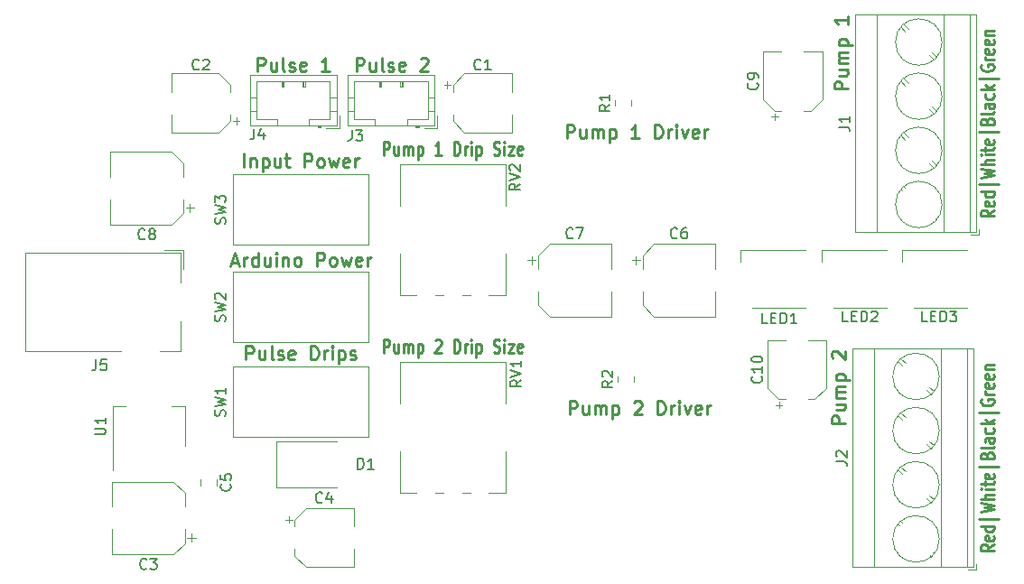
<source format=gto>
G04 #@! TF.GenerationSoftware,KiCad,Pcbnew,5.1.9-73d0e3b20d~88~ubuntu18.04.1*
G04 #@! TF.CreationDate,2021-02-15T13:27:50-05:00*
G04 #@! TF.ProjectId,driver,64726976-6572-42e6-9b69-6361645f7063,v1.0.0*
G04 #@! TF.SameCoordinates,Original*
G04 #@! TF.FileFunction,Legend,Top*
G04 #@! TF.FilePolarity,Positive*
%FSLAX46Y46*%
G04 Gerber Fmt 4.6, Leading zero omitted, Abs format (unit mm)*
G04 Created by KiCad (PCBNEW 5.1.9-73d0e3b20d~88~ubuntu18.04.1) date 2021-02-15 13:27:50*
%MOMM*%
%LPD*%
G01*
G04 APERTURE LIST*
%ADD10C,0.250000*%
%ADD11C,0.120000*%
%ADD12C,0.150000*%
G04 APERTURE END LIST*
D10*
X193021276Y-124880857D02*
X192426038Y-125214190D01*
X193021276Y-125452285D02*
X191771276Y-125452285D01*
X191771276Y-125071333D01*
X191830800Y-124976095D01*
X191890323Y-124928476D01*
X192009371Y-124880857D01*
X192187942Y-124880857D01*
X192306990Y-124928476D01*
X192366514Y-124976095D01*
X192426038Y-125071333D01*
X192426038Y-125452285D01*
X192961752Y-124071333D02*
X193021276Y-124166571D01*
X193021276Y-124357047D01*
X192961752Y-124452285D01*
X192842704Y-124499904D01*
X192366514Y-124499904D01*
X192247466Y-124452285D01*
X192187942Y-124357047D01*
X192187942Y-124166571D01*
X192247466Y-124071333D01*
X192366514Y-124023714D01*
X192485561Y-124023714D01*
X192604609Y-124499904D01*
X193021276Y-123166571D02*
X191771276Y-123166571D01*
X192961752Y-123166571D02*
X193021276Y-123261809D01*
X193021276Y-123452285D01*
X192961752Y-123547523D01*
X192902228Y-123595142D01*
X192783180Y-123642761D01*
X192426038Y-123642761D01*
X192306990Y-123595142D01*
X192247466Y-123547523D01*
X192187942Y-123452285D01*
X192187942Y-123261809D01*
X192247466Y-123166571D01*
X193437942Y-122452285D02*
X191652228Y-122452285D01*
X191771276Y-121833238D02*
X193021276Y-121595142D01*
X192128419Y-121404666D01*
X193021276Y-121214190D01*
X191771276Y-120976095D01*
X193021276Y-120595142D02*
X191771276Y-120595142D01*
X193021276Y-120166571D02*
X192366514Y-120166571D01*
X192247466Y-120214190D01*
X192187942Y-120309428D01*
X192187942Y-120452285D01*
X192247466Y-120547523D01*
X192306990Y-120595142D01*
X193021276Y-119690380D02*
X192187942Y-119690380D01*
X191771276Y-119690380D02*
X191830800Y-119738000D01*
X191890323Y-119690380D01*
X191830800Y-119642761D01*
X191771276Y-119690380D01*
X191890323Y-119690380D01*
X192187942Y-119357047D02*
X192187942Y-118976095D01*
X191771276Y-119214190D02*
X192842704Y-119214190D01*
X192961752Y-119166571D01*
X193021276Y-119071333D01*
X193021276Y-118976095D01*
X192961752Y-118261809D02*
X193021276Y-118357047D01*
X193021276Y-118547523D01*
X192961752Y-118642761D01*
X192842704Y-118690380D01*
X192366514Y-118690380D01*
X192247466Y-118642761D01*
X192187942Y-118547523D01*
X192187942Y-118357047D01*
X192247466Y-118261809D01*
X192366514Y-118214190D01*
X192485561Y-118214190D01*
X192604609Y-118690380D01*
X193437942Y-117547523D02*
X191652228Y-117547523D01*
X192366514Y-116499904D02*
X192426038Y-116357047D01*
X192485561Y-116309428D01*
X192604609Y-116261809D01*
X192783180Y-116261809D01*
X192902228Y-116309428D01*
X192961752Y-116357047D01*
X193021276Y-116452285D01*
X193021276Y-116833238D01*
X191771276Y-116833238D01*
X191771276Y-116499904D01*
X191830800Y-116404666D01*
X191890323Y-116357047D01*
X192009371Y-116309428D01*
X192128419Y-116309428D01*
X192247466Y-116357047D01*
X192306990Y-116404666D01*
X192366514Y-116499904D01*
X192366514Y-116833238D01*
X193021276Y-115690380D02*
X192961752Y-115785619D01*
X192842704Y-115833238D01*
X191771276Y-115833238D01*
X193021276Y-114880857D02*
X192366514Y-114880857D01*
X192247466Y-114928476D01*
X192187942Y-115023714D01*
X192187942Y-115214190D01*
X192247466Y-115309428D01*
X192961752Y-114880857D02*
X193021276Y-114976095D01*
X193021276Y-115214190D01*
X192961752Y-115309428D01*
X192842704Y-115357047D01*
X192723657Y-115357047D01*
X192604609Y-115309428D01*
X192545085Y-115214190D01*
X192545085Y-114976095D01*
X192485561Y-114880857D01*
X192961752Y-113976095D02*
X193021276Y-114071333D01*
X193021276Y-114261809D01*
X192961752Y-114357047D01*
X192902228Y-114404666D01*
X192783180Y-114452285D01*
X192426038Y-114452285D01*
X192306990Y-114404666D01*
X192247466Y-114357047D01*
X192187942Y-114261809D01*
X192187942Y-114071333D01*
X192247466Y-113976095D01*
X193021276Y-113547523D02*
X191771276Y-113547523D01*
X192545085Y-113452285D02*
X193021276Y-113166571D01*
X192187942Y-113166571D02*
X192664133Y-113547523D01*
X193437942Y-112499904D02*
X191652228Y-112499904D01*
X191830800Y-111261809D02*
X191771276Y-111357047D01*
X191771276Y-111499904D01*
X191830800Y-111642761D01*
X191949847Y-111738000D01*
X192068895Y-111785619D01*
X192306990Y-111833238D01*
X192485561Y-111833238D01*
X192723657Y-111785619D01*
X192842704Y-111738000D01*
X192961752Y-111642761D01*
X193021276Y-111499904D01*
X193021276Y-111404666D01*
X192961752Y-111261809D01*
X192902228Y-111214190D01*
X192485561Y-111214190D01*
X192485561Y-111404666D01*
X193021276Y-110785619D02*
X192187942Y-110785619D01*
X192426038Y-110785619D02*
X192306990Y-110738000D01*
X192247466Y-110690380D01*
X192187942Y-110595142D01*
X192187942Y-110499904D01*
X192961752Y-109785619D02*
X193021276Y-109880857D01*
X193021276Y-110071333D01*
X192961752Y-110166571D01*
X192842704Y-110214190D01*
X192366514Y-110214190D01*
X192247466Y-110166571D01*
X192187942Y-110071333D01*
X192187942Y-109880857D01*
X192247466Y-109785619D01*
X192366514Y-109738000D01*
X192485561Y-109738000D01*
X192604609Y-110214190D01*
X192961752Y-108928476D02*
X193021276Y-109023714D01*
X193021276Y-109214190D01*
X192961752Y-109309428D01*
X192842704Y-109357047D01*
X192366514Y-109357047D01*
X192247466Y-109309428D01*
X192187942Y-109214190D01*
X192187942Y-109023714D01*
X192247466Y-108928476D01*
X192366514Y-108880857D01*
X192485561Y-108880857D01*
X192604609Y-109357047D01*
X192187942Y-108452285D02*
X193021276Y-108452285D01*
X192306990Y-108452285D02*
X192247466Y-108404666D01*
X192187942Y-108309428D01*
X192187942Y-108166571D01*
X192247466Y-108071333D01*
X192366514Y-108023714D01*
X193021276Y-108023714D01*
X193021276Y-93512257D02*
X192426038Y-93845590D01*
X193021276Y-94083685D02*
X191771276Y-94083685D01*
X191771276Y-93702733D01*
X191830800Y-93607495D01*
X191890323Y-93559876D01*
X192009371Y-93512257D01*
X192187942Y-93512257D01*
X192306990Y-93559876D01*
X192366514Y-93607495D01*
X192426038Y-93702733D01*
X192426038Y-94083685D01*
X192961752Y-92702733D02*
X193021276Y-92797971D01*
X193021276Y-92988447D01*
X192961752Y-93083685D01*
X192842704Y-93131304D01*
X192366514Y-93131304D01*
X192247466Y-93083685D01*
X192187942Y-92988447D01*
X192187942Y-92797971D01*
X192247466Y-92702733D01*
X192366514Y-92655114D01*
X192485561Y-92655114D01*
X192604609Y-93131304D01*
X193021276Y-91797971D02*
X191771276Y-91797971D01*
X192961752Y-91797971D02*
X193021276Y-91893209D01*
X193021276Y-92083685D01*
X192961752Y-92178923D01*
X192902228Y-92226542D01*
X192783180Y-92274161D01*
X192426038Y-92274161D01*
X192306990Y-92226542D01*
X192247466Y-92178923D01*
X192187942Y-92083685D01*
X192187942Y-91893209D01*
X192247466Y-91797971D01*
X193437942Y-91083685D02*
X191652228Y-91083685D01*
X191771276Y-90464638D02*
X193021276Y-90226542D01*
X192128419Y-90036066D01*
X193021276Y-89845590D01*
X191771276Y-89607495D01*
X193021276Y-89226542D02*
X191771276Y-89226542D01*
X193021276Y-88797971D02*
X192366514Y-88797971D01*
X192247466Y-88845590D01*
X192187942Y-88940828D01*
X192187942Y-89083685D01*
X192247466Y-89178923D01*
X192306990Y-89226542D01*
X193021276Y-88321780D02*
X192187942Y-88321780D01*
X191771276Y-88321780D02*
X191830800Y-88369400D01*
X191890323Y-88321780D01*
X191830800Y-88274161D01*
X191771276Y-88321780D01*
X191890323Y-88321780D01*
X192187942Y-87988447D02*
X192187942Y-87607495D01*
X191771276Y-87845590D02*
X192842704Y-87845590D01*
X192961752Y-87797971D01*
X193021276Y-87702733D01*
X193021276Y-87607495D01*
X192961752Y-86893209D02*
X193021276Y-86988447D01*
X193021276Y-87178923D01*
X192961752Y-87274161D01*
X192842704Y-87321780D01*
X192366514Y-87321780D01*
X192247466Y-87274161D01*
X192187942Y-87178923D01*
X192187942Y-86988447D01*
X192247466Y-86893209D01*
X192366514Y-86845590D01*
X192485561Y-86845590D01*
X192604609Y-87321780D01*
X193437942Y-86178923D02*
X191652228Y-86178923D01*
X192366514Y-85131304D02*
X192426038Y-84988447D01*
X192485561Y-84940828D01*
X192604609Y-84893209D01*
X192783180Y-84893209D01*
X192902228Y-84940828D01*
X192961752Y-84988447D01*
X193021276Y-85083685D01*
X193021276Y-85464638D01*
X191771276Y-85464638D01*
X191771276Y-85131304D01*
X191830800Y-85036066D01*
X191890323Y-84988447D01*
X192009371Y-84940828D01*
X192128419Y-84940828D01*
X192247466Y-84988447D01*
X192306990Y-85036066D01*
X192366514Y-85131304D01*
X192366514Y-85464638D01*
X193021276Y-84321780D02*
X192961752Y-84417019D01*
X192842704Y-84464638D01*
X191771276Y-84464638D01*
X193021276Y-83512257D02*
X192366514Y-83512257D01*
X192247466Y-83559876D01*
X192187942Y-83655114D01*
X192187942Y-83845590D01*
X192247466Y-83940828D01*
X192961752Y-83512257D02*
X193021276Y-83607495D01*
X193021276Y-83845590D01*
X192961752Y-83940828D01*
X192842704Y-83988447D01*
X192723657Y-83988447D01*
X192604609Y-83940828D01*
X192545085Y-83845590D01*
X192545085Y-83607495D01*
X192485561Y-83512257D01*
X192961752Y-82607495D02*
X193021276Y-82702733D01*
X193021276Y-82893209D01*
X192961752Y-82988447D01*
X192902228Y-83036066D01*
X192783180Y-83083685D01*
X192426038Y-83083685D01*
X192306990Y-83036066D01*
X192247466Y-82988447D01*
X192187942Y-82893209D01*
X192187942Y-82702733D01*
X192247466Y-82607495D01*
X193021276Y-82178923D02*
X191771276Y-82178923D01*
X192545085Y-82083685D02*
X193021276Y-81797971D01*
X192187942Y-81797971D02*
X192664133Y-82178923D01*
X193437942Y-81131304D02*
X191652228Y-81131304D01*
X191830800Y-79893209D02*
X191771276Y-79988447D01*
X191771276Y-80131304D01*
X191830800Y-80274161D01*
X191949847Y-80369400D01*
X192068895Y-80417019D01*
X192306990Y-80464638D01*
X192485561Y-80464638D01*
X192723657Y-80417019D01*
X192842704Y-80369400D01*
X192961752Y-80274161D01*
X193021276Y-80131304D01*
X193021276Y-80036066D01*
X192961752Y-79893209D01*
X192902228Y-79845590D01*
X192485561Y-79845590D01*
X192485561Y-80036066D01*
X193021276Y-79417019D02*
X192187942Y-79417019D01*
X192426038Y-79417019D02*
X192306990Y-79369400D01*
X192247466Y-79321780D01*
X192187942Y-79226542D01*
X192187942Y-79131304D01*
X192961752Y-78417019D02*
X193021276Y-78512257D01*
X193021276Y-78702733D01*
X192961752Y-78797971D01*
X192842704Y-78845590D01*
X192366514Y-78845590D01*
X192247466Y-78797971D01*
X192187942Y-78702733D01*
X192187942Y-78512257D01*
X192247466Y-78417019D01*
X192366514Y-78369400D01*
X192485561Y-78369400D01*
X192604609Y-78845590D01*
X192961752Y-77559876D02*
X193021276Y-77655114D01*
X193021276Y-77845590D01*
X192961752Y-77940828D01*
X192842704Y-77988447D01*
X192366514Y-77988447D01*
X192247466Y-77940828D01*
X192187942Y-77845590D01*
X192187942Y-77655114D01*
X192247466Y-77559876D01*
X192366514Y-77512257D01*
X192485561Y-77512257D01*
X192604609Y-77988447D01*
X192187942Y-77083685D02*
X193021276Y-77083685D01*
X192306990Y-77083685D02*
X192247466Y-77036066D01*
X192187942Y-76940828D01*
X192187942Y-76797971D01*
X192247466Y-76702733D01*
X192366514Y-76655114D01*
X193021276Y-76655114D01*
X135780000Y-106889876D02*
X135780000Y-105639876D01*
X136160952Y-105639876D01*
X136256190Y-105699400D01*
X136303809Y-105758923D01*
X136351428Y-105877971D01*
X136351428Y-106056542D01*
X136303809Y-106175590D01*
X136256190Y-106235114D01*
X136160952Y-106294638D01*
X135780000Y-106294638D01*
X137208571Y-106056542D02*
X137208571Y-106889876D01*
X136780000Y-106056542D02*
X136780000Y-106711304D01*
X136827619Y-106830352D01*
X136922857Y-106889876D01*
X137065714Y-106889876D01*
X137160952Y-106830352D01*
X137208571Y-106770828D01*
X137684761Y-106889876D02*
X137684761Y-106056542D01*
X137684761Y-106175590D02*
X137732380Y-106116066D01*
X137827619Y-106056542D01*
X137970476Y-106056542D01*
X138065714Y-106116066D01*
X138113333Y-106235114D01*
X138113333Y-106889876D01*
X138113333Y-106235114D02*
X138160952Y-106116066D01*
X138256190Y-106056542D01*
X138399047Y-106056542D01*
X138494285Y-106116066D01*
X138541904Y-106235114D01*
X138541904Y-106889876D01*
X139018095Y-106056542D02*
X139018095Y-107306542D01*
X139018095Y-106116066D02*
X139113333Y-106056542D01*
X139303809Y-106056542D01*
X139399047Y-106116066D01*
X139446666Y-106175590D01*
X139494285Y-106294638D01*
X139494285Y-106651780D01*
X139446666Y-106770828D01*
X139399047Y-106830352D01*
X139303809Y-106889876D01*
X139113333Y-106889876D01*
X139018095Y-106830352D01*
X140637142Y-105758923D02*
X140684761Y-105699400D01*
X140780000Y-105639876D01*
X141018095Y-105639876D01*
X141113333Y-105699400D01*
X141160952Y-105758923D01*
X141208571Y-105877971D01*
X141208571Y-105997019D01*
X141160952Y-106175590D01*
X140589523Y-106889876D01*
X141208571Y-106889876D01*
X142399047Y-106889876D02*
X142399047Y-105639876D01*
X142637142Y-105639876D01*
X142780000Y-105699400D01*
X142875238Y-105818447D01*
X142922857Y-105937495D01*
X142970476Y-106175590D01*
X142970476Y-106354161D01*
X142922857Y-106592257D01*
X142875238Y-106711304D01*
X142780000Y-106830352D01*
X142637142Y-106889876D01*
X142399047Y-106889876D01*
X143399047Y-106889876D02*
X143399047Y-106056542D01*
X143399047Y-106294638D02*
X143446666Y-106175590D01*
X143494285Y-106116066D01*
X143589523Y-106056542D01*
X143684761Y-106056542D01*
X144018095Y-106889876D02*
X144018095Y-106056542D01*
X144018095Y-105639876D02*
X143970476Y-105699400D01*
X144018095Y-105758923D01*
X144065714Y-105699400D01*
X144018095Y-105639876D01*
X144018095Y-105758923D01*
X144494285Y-106056542D02*
X144494285Y-107306542D01*
X144494285Y-106116066D02*
X144589523Y-106056542D01*
X144780000Y-106056542D01*
X144875238Y-106116066D01*
X144922857Y-106175590D01*
X144970476Y-106294638D01*
X144970476Y-106651780D01*
X144922857Y-106770828D01*
X144875238Y-106830352D01*
X144780000Y-106889876D01*
X144589523Y-106889876D01*
X144494285Y-106830352D01*
X146113333Y-106830352D02*
X146256190Y-106889876D01*
X146494285Y-106889876D01*
X146589523Y-106830352D01*
X146637142Y-106770828D01*
X146684761Y-106651780D01*
X146684761Y-106532733D01*
X146637142Y-106413685D01*
X146589523Y-106354161D01*
X146494285Y-106294638D01*
X146303809Y-106235114D01*
X146208571Y-106175590D01*
X146160952Y-106116066D01*
X146113333Y-105997019D01*
X146113333Y-105877971D01*
X146160952Y-105758923D01*
X146208571Y-105699400D01*
X146303809Y-105639876D01*
X146541904Y-105639876D01*
X146684761Y-105699400D01*
X147113333Y-106889876D02*
X147113333Y-106056542D01*
X147113333Y-105639876D02*
X147065714Y-105699400D01*
X147113333Y-105758923D01*
X147160952Y-105699400D01*
X147113333Y-105639876D01*
X147113333Y-105758923D01*
X147494285Y-106056542D02*
X148018095Y-106056542D01*
X147494285Y-106889876D01*
X148018095Y-106889876D01*
X148780000Y-106830352D02*
X148684761Y-106889876D01*
X148494285Y-106889876D01*
X148399047Y-106830352D01*
X148351428Y-106711304D01*
X148351428Y-106235114D01*
X148399047Y-106116066D01*
X148494285Y-106056542D01*
X148684761Y-106056542D01*
X148780000Y-106116066D01*
X148827619Y-106235114D01*
X148827619Y-106354161D01*
X148351428Y-106473209D01*
X153218380Y-112684976D02*
X153218380Y-111434976D01*
X153694571Y-111434976D01*
X153813619Y-111494500D01*
X153873142Y-111554023D01*
X153932666Y-111673071D01*
X153932666Y-111851642D01*
X153873142Y-111970690D01*
X153813619Y-112030214D01*
X153694571Y-112089738D01*
X153218380Y-112089738D01*
X155004095Y-111851642D02*
X155004095Y-112684976D01*
X154468380Y-111851642D02*
X154468380Y-112506404D01*
X154527904Y-112625452D01*
X154646952Y-112684976D01*
X154825523Y-112684976D01*
X154944571Y-112625452D01*
X155004095Y-112565928D01*
X155599333Y-112684976D02*
X155599333Y-111851642D01*
X155599333Y-111970690D02*
X155658857Y-111911166D01*
X155777904Y-111851642D01*
X155956476Y-111851642D01*
X156075523Y-111911166D01*
X156135047Y-112030214D01*
X156135047Y-112684976D01*
X156135047Y-112030214D02*
X156194571Y-111911166D01*
X156313619Y-111851642D01*
X156492190Y-111851642D01*
X156611238Y-111911166D01*
X156670761Y-112030214D01*
X156670761Y-112684976D01*
X157266000Y-111851642D02*
X157266000Y-113101642D01*
X157266000Y-111911166D02*
X157385047Y-111851642D01*
X157623142Y-111851642D01*
X157742190Y-111911166D01*
X157801714Y-111970690D01*
X157861238Y-112089738D01*
X157861238Y-112446880D01*
X157801714Y-112565928D01*
X157742190Y-112625452D01*
X157623142Y-112684976D01*
X157385047Y-112684976D01*
X157266000Y-112625452D01*
X159289809Y-111554023D02*
X159349333Y-111494500D01*
X159468380Y-111434976D01*
X159766000Y-111434976D01*
X159885047Y-111494500D01*
X159944571Y-111554023D01*
X160004095Y-111673071D01*
X160004095Y-111792119D01*
X159944571Y-111970690D01*
X159230285Y-112684976D01*
X160004095Y-112684976D01*
X161492190Y-112684976D02*
X161492190Y-111434976D01*
X161789809Y-111434976D01*
X161968380Y-111494500D01*
X162087428Y-111613547D01*
X162146952Y-111732595D01*
X162206476Y-111970690D01*
X162206476Y-112149261D01*
X162146952Y-112387357D01*
X162087428Y-112506404D01*
X161968380Y-112625452D01*
X161789809Y-112684976D01*
X161492190Y-112684976D01*
X162742190Y-112684976D02*
X162742190Y-111851642D01*
X162742190Y-112089738D02*
X162801714Y-111970690D01*
X162861238Y-111911166D01*
X162980285Y-111851642D01*
X163099333Y-111851642D01*
X163516000Y-112684976D02*
X163516000Y-111851642D01*
X163516000Y-111434976D02*
X163456476Y-111494500D01*
X163516000Y-111554023D01*
X163575523Y-111494500D01*
X163516000Y-111434976D01*
X163516000Y-111554023D01*
X163992190Y-111851642D02*
X164289809Y-112684976D01*
X164587428Y-111851642D01*
X165539809Y-112625452D02*
X165420761Y-112684976D01*
X165182666Y-112684976D01*
X165063619Y-112625452D01*
X165004095Y-112506404D01*
X165004095Y-112030214D01*
X165063619Y-111911166D01*
X165182666Y-111851642D01*
X165420761Y-111851642D01*
X165539809Y-111911166D01*
X165599333Y-112030214D01*
X165599333Y-112149261D01*
X165004095Y-112268309D01*
X166135047Y-112684976D02*
X166135047Y-111851642D01*
X166135047Y-112089738D02*
X166194571Y-111970690D01*
X166254095Y-111911166D01*
X166373142Y-111851642D01*
X166492190Y-111851642D01*
X152964380Y-86776976D02*
X152964380Y-85526976D01*
X153440571Y-85526976D01*
X153559619Y-85586500D01*
X153619142Y-85646023D01*
X153678666Y-85765071D01*
X153678666Y-85943642D01*
X153619142Y-86062690D01*
X153559619Y-86122214D01*
X153440571Y-86181738D01*
X152964380Y-86181738D01*
X154750095Y-85943642D02*
X154750095Y-86776976D01*
X154214380Y-85943642D02*
X154214380Y-86598404D01*
X154273904Y-86717452D01*
X154392952Y-86776976D01*
X154571523Y-86776976D01*
X154690571Y-86717452D01*
X154750095Y-86657928D01*
X155345333Y-86776976D02*
X155345333Y-85943642D01*
X155345333Y-86062690D02*
X155404857Y-86003166D01*
X155523904Y-85943642D01*
X155702476Y-85943642D01*
X155821523Y-86003166D01*
X155881047Y-86122214D01*
X155881047Y-86776976D01*
X155881047Y-86122214D02*
X155940571Y-86003166D01*
X156059619Y-85943642D01*
X156238190Y-85943642D01*
X156357238Y-86003166D01*
X156416761Y-86122214D01*
X156416761Y-86776976D01*
X157012000Y-85943642D02*
X157012000Y-87193642D01*
X157012000Y-86003166D02*
X157131047Y-85943642D01*
X157369142Y-85943642D01*
X157488190Y-86003166D01*
X157547714Y-86062690D01*
X157607238Y-86181738D01*
X157607238Y-86538880D01*
X157547714Y-86657928D01*
X157488190Y-86717452D01*
X157369142Y-86776976D01*
X157131047Y-86776976D01*
X157012000Y-86717452D01*
X159750095Y-86776976D02*
X159035809Y-86776976D01*
X159392952Y-86776976D02*
X159392952Y-85526976D01*
X159273904Y-85705547D01*
X159154857Y-85824595D01*
X159035809Y-85884119D01*
X161238190Y-86776976D02*
X161238190Y-85526976D01*
X161535809Y-85526976D01*
X161714380Y-85586500D01*
X161833428Y-85705547D01*
X161892952Y-85824595D01*
X161952476Y-86062690D01*
X161952476Y-86241261D01*
X161892952Y-86479357D01*
X161833428Y-86598404D01*
X161714380Y-86717452D01*
X161535809Y-86776976D01*
X161238190Y-86776976D01*
X162488190Y-86776976D02*
X162488190Y-85943642D01*
X162488190Y-86181738D02*
X162547714Y-86062690D01*
X162607238Y-86003166D01*
X162726285Y-85943642D01*
X162845333Y-85943642D01*
X163262000Y-86776976D02*
X163262000Y-85943642D01*
X163262000Y-85526976D02*
X163202476Y-85586500D01*
X163262000Y-85646023D01*
X163321523Y-85586500D01*
X163262000Y-85526976D01*
X163262000Y-85646023D01*
X163738190Y-85943642D02*
X164035809Y-86776976D01*
X164333428Y-85943642D01*
X165285809Y-86717452D02*
X165166761Y-86776976D01*
X164928666Y-86776976D01*
X164809619Y-86717452D01*
X164750095Y-86598404D01*
X164750095Y-86122214D01*
X164809619Y-86003166D01*
X164928666Y-85943642D01*
X165166761Y-85943642D01*
X165285809Y-86003166D01*
X165345333Y-86122214D01*
X165345333Y-86241261D01*
X164750095Y-86360309D01*
X165881047Y-86776976D02*
X165881047Y-85943642D01*
X165881047Y-86181738D02*
X165940571Y-86062690D01*
X166000095Y-86003166D01*
X166119142Y-85943642D01*
X166238190Y-85943642D01*
X179051276Y-113497495D02*
X177801276Y-113497495D01*
X177801276Y-113021304D01*
X177860800Y-112902257D01*
X177920323Y-112842733D01*
X178039371Y-112783209D01*
X178217942Y-112783209D01*
X178336990Y-112842733D01*
X178396514Y-112902257D01*
X178456038Y-113021304D01*
X178456038Y-113497495D01*
X178217942Y-111711780D02*
X179051276Y-111711780D01*
X178217942Y-112247495D02*
X178872704Y-112247495D01*
X178991752Y-112187971D01*
X179051276Y-112068923D01*
X179051276Y-111890352D01*
X178991752Y-111771304D01*
X178932228Y-111711780D01*
X179051276Y-111116542D02*
X178217942Y-111116542D01*
X178336990Y-111116542D02*
X178277466Y-111057019D01*
X178217942Y-110937971D01*
X178217942Y-110759400D01*
X178277466Y-110640352D01*
X178396514Y-110580828D01*
X179051276Y-110580828D01*
X178396514Y-110580828D02*
X178277466Y-110521304D01*
X178217942Y-110402257D01*
X178217942Y-110223685D01*
X178277466Y-110104638D01*
X178396514Y-110045114D01*
X179051276Y-110045114D01*
X178217942Y-109449876D02*
X179467942Y-109449876D01*
X178277466Y-109449876D02*
X178217942Y-109330828D01*
X178217942Y-109092733D01*
X178277466Y-108973685D01*
X178336990Y-108914161D01*
X178456038Y-108854638D01*
X178813180Y-108854638D01*
X178932228Y-108914161D01*
X178991752Y-108973685D01*
X179051276Y-109092733D01*
X179051276Y-109330828D01*
X178991752Y-109449876D01*
X177920323Y-107426066D02*
X177860800Y-107366542D01*
X177801276Y-107247495D01*
X177801276Y-106949876D01*
X177860800Y-106830828D01*
X177920323Y-106771304D01*
X178039371Y-106711780D01*
X178158419Y-106711780D01*
X178336990Y-106771304D01*
X179051276Y-107485590D01*
X179051276Y-106711780D01*
X179305276Y-82128495D02*
X178055276Y-82128495D01*
X178055276Y-81652304D01*
X178114800Y-81533257D01*
X178174323Y-81473733D01*
X178293371Y-81414209D01*
X178471942Y-81414209D01*
X178590990Y-81473733D01*
X178650514Y-81533257D01*
X178710038Y-81652304D01*
X178710038Y-82128495D01*
X178471942Y-80342780D02*
X179305276Y-80342780D01*
X178471942Y-80878495D02*
X179126704Y-80878495D01*
X179245752Y-80818971D01*
X179305276Y-80699923D01*
X179305276Y-80521352D01*
X179245752Y-80402304D01*
X179186228Y-80342780D01*
X179305276Y-79747542D02*
X178471942Y-79747542D01*
X178590990Y-79747542D02*
X178531466Y-79688019D01*
X178471942Y-79568971D01*
X178471942Y-79390400D01*
X178531466Y-79271352D01*
X178650514Y-79211828D01*
X179305276Y-79211828D01*
X178650514Y-79211828D02*
X178531466Y-79152304D01*
X178471942Y-79033257D01*
X178471942Y-78854685D01*
X178531466Y-78735638D01*
X178650514Y-78676114D01*
X179305276Y-78676114D01*
X178471942Y-78080876D02*
X179721942Y-78080876D01*
X178531466Y-78080876D02*
X178471942Y-77961828D01*
X178471942Y-77723733D01*
X178531466Y-77604685D01*
X178590990Y-77545161D01*
X178710038Y-77485638D01*
X179067180Y-77485638D01*
X179186228Y-77545161D01*
X179245752Y-77604685D01*
X179305276Y-77723733D01*
X179305276Y-77961828D01*
X179245752Y-78080876D01*
X179305276Y-75342780D02*
X179305276Y-76057066D01*
X179305276Y-75699923D02*
X178055276Y-75699923D01*
X178233847Y-75818971D01*
X178352895Y-75938019D01*
X178412419Y-76057066D01*
X135780000Y-88347876D02*
X135780000Y-87097876D01*
X136160952Y-87097876D01*
X136256190Y-87157400D01*
X136303809Y-87216923D01*
X136351428Y-87335971D01*
X136351428Y-87514542D01*
X136303809Y-87633590D01*
X136256190Y-87693114D01*
X136160952Y-87752638D01*
X135780000Y-87752638D01*
X137208571Y-87514542D02*
X137208571Y-88347876D01*
X136780000Y-87514542D02*
X136780000Y-88169304D01*
X136827619Y-88288352D01*
X136922857Y-88347876D01*
X137065714Y-88347876D01*
X137160952Y-88288352D01*
X137208571Y-88228828D01*
X137684761Y-88347876D02*
X137684761Y-87514542D01*
X137684761Y-87633590D02*
X137732380Y-87574066D01*
X137827619Y-87514542D01*
X137970476Y-87514542D01*
X138065714Y-87574066D01*
X138113333Y-87693114D01*
X138113333Y-88347876D01*
X138113333Y-87693114D02*
X138160952Y-87574066D01*
X138256190Y-87514542D01*
X138399047Y-87514542D01*
X138494285Y-87574066D01*
X138541904Y-87693114D01*
X138541904Y-88347876D01*
X139018095Y-87514542D02*
X139018095Y-88764542D01*
X139018095Y-87574066D02*
X139113333Y-87514542D01*
X139303809Y-87514542D01*
X139399047Y-87574066D01*
X139446666Y-87633590D01*
X139494285Y-87752638D01*
X139494285Y-88109780D01*
X139446666Y-88228828D01*
X139399047Y-88288352D01*
X139303809Y-88347876D01*
X139113333Y-88347876D01*
X139018095Y-88288352D01*
X141208571Y-88347876D02*
X140637142Y-88347876D01*
X140922857Y-88347876D02*
X140922857Y-87097876D01*
X140827619Y-87276447D01*
X140732380Y-87395495D01*
X140637142Y-87455019D01*
X142399047Y-88347876D02*
X142399047Y-87097876D01*
X142637142Y-87097876D01*
X142780000Y-87157400D01*
X142875238Y-87276447D01*
X142922857Y-87395495D01*
X142970476Y-87633590D01*
X142970476Y-87812161D01*
X142922857Y-88050257D01*
X142875238Y-88169304D01*
X142780000Y-88288352D01*
X142637142Y-88347876D01*
X142399047Y-88347876D01*
X143399047Y-88347876D02*
X143399047Y-87514542D01*
X143399047Y-87752638D02*
X143446666Y-87633590D01*
X143494285Y-87574066D01*
X143589523Y-87514542D01*
X143684761Y-87514542D01*
X144018095Y-88347876D02*
X144018095Y-87514542D01*
X144018095Y-87097876D02*
X143970476Y-87157400D01*
X144018095Y-87216923D01*
X144065714Y-87157400D01*
X144018095Y-87097876D01*
X144018095Y-87216923D01*
X144494285Y-87514542D02*
X144494285Y-88764542D01*
X144494285Y-87574066D02*
X144589523Y-87514542D01*
X144780000Y-87514542D01*
X144875238Y-87574066D01*
X144922857Y-87633590D01*
X144970476Y-87752638D01*
X144970476Y-88109780D01*
X144922857Y-88228828D01*
X144875238Y-88288352D01*
X144780000Y-88347876D01*
X144589523Y-88347876D01*
X144494285Y-88288352D01*
X146113333Y-88288352D02*
X146256190Y-88347876D01*
X146494285Y-88347876D01*
X146589523Y-88288352D01*
X146637142Y-88228828D01*
X146684761Y-88109780D01*
X146684761Y-87990733D01*
X146637142Y-87871685D01*
X146589523Y-87812161D01*
X146494285Y-87752638D01*
X146303809Y-87693114D01*
X146208571Y-87633590D01*
X146160952Y-87574066D01*
X146113333Y-87455019D01*
X146113333Y-87335971D01*
X146160952Y-87216923D01*
X146208571Y-87157400D01*
X146303809Y-87097876D01*
X146541904Y-87097876D01*
X146684761Y-87157400D01*
X147113333Y-88347876D02*
X147113333Y-87514542D01*
X147113333Y-87097876D02*
X147065714Y-87157400D01*
X147113333Y-87216923D01*
X147160952Y-87157400D01*
X147113333Y-87097876D01*
X147113333Y-87216923D01*
X147494285Y-87514542D02*
X148018095Y-87514542D01*
X147494285Y-88347876D01*
X148018095Y-88347876D01*
X148780000Y-88288352D02*
X148684761Y-88347876D01*
X148494285Y-88347876D01*
X148399047Y-88288352D01*
X148351428Y-88169304D01*
X148351428Y-87693114D01*
X148399047Y-87574066D01*
X148494285Y-87514542D01*
X148684761Y-87514542D01*
X148780000Y-87574066D01*
X148827619Y-87693114D01*
X148827619Y-87812161D01*
X148351428Y-87931209D01*
X122896952Y-107524876D02*
X122896952Y-106274876D01*
X123373142Y-106274876D01*
X123492190Y-106334400D01*
X123551714Y-106393923D01*
X123611238Y-106512971D01*
X123611238Y-106691542D01*
X123551714Y-106810590D01*
X123492190Y-106870114D01*
X123373142Y-106929638D01*
X122896952Y-106929638D01*
X124682666Y-106691542D02*
X124682666Y-107524876D01*
X124146952Y-106691542D02*
X124146952Y-107346304D01*
X124206476Y-107465352D01*
X124325523Y-107524876D01*
X124504095Y-107524876D01*
X124623142Y-107465352D01*
X124682666Y-107405828D01*
X125456476Y-107524876D02*
X125337428Y-107465352D01*
X125277904Y-107346304D01*
X125277904Y-106274876D01*
X125873142Y-107465352D02*
X125992190Y-107524876D01*
X126230285Y-107524876D01*
X126349333Y-107465352D01*
X126408857Y-107346304D01*
X126408857Y-107286780D01*
X126349333Y-107167733D01*
X126230285Y-107108209D01*
X126051714Y-107108209D01*
X125932666Y-107048685D01*
X125873142Y-106929638D01*
X125873142Y-106870114D01*
X125932666Y-106751066D01*
X126051714Y-106691542D01*
X126230285Y-106691542D01*
X126349333Y-106751066D01*
X127420761Y-107465352D02*
X127301714Y-107524876D01*
X127063619Y-107524876D01*
X126944571Y-107465352D01*
X126885047Y-107346304D01*
X126885047Y-106870114D01*
X126944571Y-106751066D01*
X127063619Y-106691542D01*
X127301714Y-106691542D01*
X127420761Y-106751066D01*
X127480285Y-106870114D01*
X127480285Y-106989161D01*
X126885047Y-107108209D01*
X128968380Y-107524876D02*
X128968380Y-106274876D01*
X129266000Y-106274876D01*
X129444571Y-106334400D01*
X129563619Y-106453447D01*
X129623142Y-106572495D01*
X129682666Y-106810590D01*
X129682666Y-106989161D01*
X129623142Y-107227257D01*
X129563619Y-107346304D01*
X129444571Y-107465352D01*
X129266000Y-107524876D01*
X128968380Y-107524876D01*
X130218380Y-107524876D02*
X130218380Y-106691542D01*
X130218380Y-106929638D02*
X130277904Y-106810590D01*
X130337428Y-106751066D01*
X130456476Y-106691542D01*
X130575523Y-106691542D01*
X130992190Y-107524876D02*
X130992190Y-106691542D01*
X130992190Y-106274876D02*
X130932666Y-106334400D01*
X130992190Y-106393923D01*
X131051714Y-106334400D01*
X130992190Y-106274876D01*
X130992190Y-106393923D01*
X131587428Y-106691542D02*
X131587428Y-107941542D01*
X131587428Y-106751066D02*
X131706476Y-106691542D01*
X131944571Y-106691542D01*
X132063619Y-106751066D01*
X132123142Y-106810590D01*
X132182666Y-106929638D01*
X132182666Y-107286780D01*
X132123142Y-107405828D01*
X132063619Y-107465352D01*
X131944571Y-107524876D01*
X131706476Y-107524876D01*
X131587428Y-107465352D01*
X132658857Y-107465352D02*
X132777904Y-107524876D01*
X133016000Y-107524876D01*
X133135047Y-107465352D01*
X133194571Y-107346304D01*
X133194571Y-107286780D01*
X133135047Y-107167733D01*
X133016000Y-107108209D01*
X132837428Y-107108209D01*
X132718380Y-107048685D01*
X132658857Y-106929638D01*
X132658857Y-106870114D01*
X132718380Y-106751066D01*
X132837428Y-106691542D01*
X133016000Y-106691542D01*
X133135047Y-106751066D01*
X121578704Y-98404733D02*
X122173942Y-98404733D01*
X121459657Y-98761876D02*
X121876323Y-97511876D01*
X122292990Y-98761876D01*
X122709657Y-98761876D02*
X122709657Y-97928542D01*
X122709657Y-98166638D02*
X122769180Y-98047590D01*
X122828704Y-97988066D01*
X122947752Y-97928542D01*
X123066800Y-97928542D01*
X124019180Y-98761876D02*
X124019180Y-97511876D01*
X124019180Y-98702352D02*
X123900133Y-98761876D01*
X123662038Y-98761876D01*
X123542990Y-98702352D01*
X123483466Y-98642828D01*
X123423942Y-98523780D01*
X123423942Y-98166638D01*
X123483466Y-98047590D01*
X123542990Y-97988066D01*
X123662038Y-97928542D01*
X123900133Y-97928542D01*
X124019180Y-97988066D01*
X125150133Y-97928542D02*
X125150133Y-98761876D01*
X124614419Y-97928542D02*
X124614419Y-98583304D01*
X124673942Y-98702352D01*
X124792990Y-98761876D01*
X124971561Y-98761876D01*
X125090609Y-98702352D01*
X125150133Y-98642828D01*
X125745371Y-98761876D02*
X125745371Y-97928542D01*
X125745371Y-97511876D02*
X125685847Y-97571400D01*
X125745371Y-97630923D01*
X125804895Y-97571400D01*
X125745371Y-97511876D01*
X125745371Y-97630923D01*
X126340609Y-97928542D02*
X126340609Y-98761876D01*
X126340609Y-98047590D02*
X126400133Y-97988066D01*
X126519180Y-97928542D01*
X126697752Y-97928542D01*
X126816800Y-97988066D01*
X126876323Y-98107114D01*
X126876323Y-98761876D01*
X127650133Y-98761876D02*
X127531085Y-98702352D01*
X127471561Y-98642828D01*
X127412038Y-98523780D01*
X127412038Y-98166638D01*
X127471561Y-98047590D01*
X127531085Y-97988066D01*
X127650133Y-97928542D01*
X127828704Y-97928542D01*
X127947752Y-97988066D01*
X128007276Y-98047590D01*
X128066800Y-98166638D01*
X128066800Y-98523780D01*
X128007276Y-98642828D01*
X127947752Y-98702352D01*
X127828704Y-98761876D01*
X127650133Y-98761876D01*
X129554895Y-98761876D02*
X129554895Y-97511876D01*
X130031085Y-97511876D01*
X130150133Y-97571400D01*
X130209657Y-97630923D01*
X130269180Y-97749971D01*
X130269180Y-97928542D01*
X130209657Y-98047590D01*
X130150133Y-98107114D01*
X130031085Y-98166638D01*
X129554895Y-98166638D01*
X130983466Y-98761876D02*
X130864419Y-98702352D01*
X130804895Y-98642828D01*
X130745371Y-98523780D01*
X130745371Y-98166638D01*
X130804895Y-98047590D01*
X130864419Y-97988066D01*
X130983466Y-97928542D01*
X131162038Y-97928542D01*
X131281085Y-97988066D01*
X131340609Y-98047590D01*
X131400133Y-98166638D01*
X131400133Y-98523780D01*
X131340609Y-98642828D01*
X131281085Y-98702352D01*
X131162038Y-98761876D01*
X130983466Y-98761876D01*
X131816800Y-97928542D02*
X132054895Y-98761876D01*
X132292990Y-98166638D01*
X132531085Y-98761876D01*
X132769180Y-97928542D01*
X133721561Y-98702352D02*
X133602514Y-98761876D01*
X133364419Y-98761876D01*
X133245371Y-98702352D01*
X133185847Y-98583304D01*
X133185847Y-98107114D01*
X133245371Y-97988066D01*
X133364419Y-97928542D01*
X133602514Y-97928542D01*
X133721561Y-97988066D01*
X133781085Y-98107114D01*
X133781085Y-98226161D01*
X133185847Y-98345209D01*
X134316800Y-98761876D02*
X134316800Y-97928542D01*
X134316800Y-98166638D02*
X134376323Y-98047590D01*
X134435847Y-97988066D01*
X134554895Y-97928542D01*
X134673942Y-97928542D01*
X122718380Y-89490876D02*
X122718380Y-88240876D01*
X123313619Y-88657542D02*
X123313619Y-89490876D01*
X123313619Y-88776590D02*
X123373142Y-88717066D01*
X123492190Y-88657542D01*
X123670761Y-88657542D01*
X123789809Y-88717066D01*
X123849333Y-88836114D01*
X123849333Y-89490876D01*
X124444571Y-88657542D02*
X124444571Y-89907542D01*
X124444571Y-88717066D02*
X124563619Y-88657542D01*
X124801714Y-88657542D01*
X124920761Y-88717066D01*
X124980285Y-88776590D01*
X125039809Y-88895638D01*
X125039809Y-89252780D01*
X124980285Y-89371828D01*
X124920761Y-89431352D01*
X124801714Y-89490876D01*
X124563619Y-89490876D01*
X124444571Y-89431352D01*
X126111238Y-88657542D02*
X126111238Y-89490876D01*
X125575523Y-88657542D02*
X125575523Y-89312304D01*
X125635047Y-89431352D01*
X125754095Y-89490876D01*
X125932666Y-89490876D01*
X126051714Y-89431352D01*
X126111238Y-89371828D01*
X126527904Y-88657542D02*
X127004095Y-88657542D01*
X126706476Y-88240876D02*
X126706476Y-89312304D01*
X126766000Y-89431352D01*
X126885047Y-89490876D01*
X127004095Y-89490876D01*
X128373142Y-89490876D02*
X128373142Y-88240876D01*
X128849333Y-88240876D01*
X128968380Y-88300400D01*
X129027904Y-88359923D01*
X129087428Y-88478971D01*
X129087428Y-88657542D01*
X129027904Y-88776590D01*
X128968380Y-88836114D01*
X128849333Y-88895638D01*
X128373142Y-88895638D01*
X129801714Y-89490876D02*
X129682666Y-89431352D01*
X129623142Y-89371828D01*
X129563619Y-89252780D01*
X129563619Y-88895638D01*
X129623142Y-88776590D01*
X129682666Y-88717066D01*
X129801714Y-88657542D01*
X129980285Y-88657542D01*
X130099333Y-88717066D01*
X130158857Y-88776590D01*
X130218380Y-88895638D01*
X130218380Y-89252780D01*
X130158857Y-89371828D01*
X130099333Y-89431352D01*
X129980285Y-89490876D01*
X129801714Y-89490876D01*
X130635047Y-88657542D02*
X130873142Y-89490876D01*
X131111238Y-88895638D01*
X131349333Y-89490876D01*
X131587428Y-88657542D01*
X132539809Y-89431352D02*
X132420761Y-89490876D01*
X132182666Y-89490876D01*
X132063619Y-89431352D01*
X132004095Y-89312304D01*
X132004095Y-88836114D01*
X132063619Y-88717066D01*
X132182666Y-88657542D01*
X132420761Y-88657542D01*
X132539809Y-88717066D01*
X132599333Y-88836114D01*
X132599333Y-88955161D01*
X132004095Y-89074209D01*
X133135047Y-89490876D02*
X133135047Y-88657542D01*
X133135047Y-88895638D02*
X133194571Y-88776590D01*
X133254095Y-88717066D01*
X133373142Y-88657542D01*
X133492190Y-88657542D01*
X133242466Y-80473876D02*
X133242466Y-79223876D01*
X133718657Y-79223876D01*
X133837704Y-79283400D01*
X133897228Y-79342923D01*
X133956752Y-79461971D01*
X133956752Y-79640542D01*
X133897228Y-79759590D01*
X133837704Y-79819114D01*
X133718657Y-79878638D01*
X133242466Y-79878638D01*
X135028180Y-79640542D02*
X135028180Y-80473876D01*
X134492466Y-79640542D02*
X134492466Y-80295304D01*
X134551990Y-80414352D01*
X134671038Y-80473876D01*
X134849609Y-80473876D01*
X134968657Y-80414352D01*
X135028180Y-80354828D01*
X135801990Y-80473876D02*
X135682942Y-80414352D01*
X135623419Y-80295304D01*
X135623419Y-79223876D01*
X136218657Y-80414352D02*
X136337704Y-80473876D01*
X136575800Y-80473876D01*
X136694847Y-80414352D01*
X136754371Y-80295304D01*
X136754371Y-80235780D01*
X136694847Y-80116733D01*
X136575800Y-80057209D01*
X136397228Y-80057209D01*
X136278180Y-79997685D01*
X136218657Y-79878638D01*
X136218657Y-79819114D01*
X136278180Y-79700066D01*
X136397228Y-79640542D01*
X136575800Y-79640542D01*
X136694847Y-79700066D01*
X137766276Y-80414352D02*
X137647228Y-80473876D01*
X137409133Y-80473876D01*
X137290085Y-80414352D01*
X137230561Y-80295304D01*
X137230561Y-79819114D01*
X137290085Y-79700066D01*
X137409133Y-79640542D01*
X137647228Y-79640542D01*
X137766276Y-79700066D01*
X137825800Y-79819114D01*
X137825800Y-79938161D01*
X137230561Y-80057209D01*
X139254371Y-79342923D02*
X139313895Y-79283400D01*
X139432942Y-79223876D01*
X139730561Y-79223876D01*
X139849609Y-79283400D01*
X139909133Y-79342923D01*
X139968657Y-79461971D01*
X139968657Y-79581019D01*
X139909133Y-79759590D01*
X139194847Y-80473876D01*
X139968657Y-80473876D01*
X123971466Y-80473876D02*
X123971466Y-79223876D01*
X124447657Y-79223876D01*
X124566704Y-79283400D01*
X124626228Y-79342923D01*
X124685752Y-79461971D01*
X124685752Y-79640542D01*
X124626228Y-79759590D01*
X124566704Y-79819114D01*
X124447657Y-79878638D01*
X123971466Y-79878638D01*
X125757180Y-79640542D02*
X125757180Y-80473876D01*
X125221466Y-79640542D02*
X125221466Y-80295304D01*
X125280990Y-80414352D01*
X125400038Y-80473876D01*
X125578609Y-80473876D01*
X125697657Y-80414352D01*
X125757180Y-80354828D01*
X126530990Y-80473876D02*
X126411942Y-80414352D01*
X126352419Y-80295304D01*
X126352419Y-79223876D01*
X126947657Y-80414352D02*
X127066704Y-80473876D01*
X127304800Y-80473876D01*
X127423847Y-80414352D01*
X127483371Y-80295304D01*
X127483371Y-80235780D01*
X127423847Y-80116733D01*
X127304800Y-80057209D01*
X127126228Y-80057209D01*
X127007180Y-79997685D01*
X126947657Y-79878638D01*
X126947657Y-79819114D01*
X127007180Y-79700066D01*
X127126228Y-79640542D01*
X127304800Y-79640542D01*
X127423847Y-79700066D01*
X128495276Y-80414352D02*
X128376228Y-80473876D01*
X128138133Y-80473876D01*
X128019085Y-80414352D01*
X127959561Y-80295304D01*
X127959561Y-79819114D01*
X128019085Y-79700066D01*
X128138133Y-79640542D01*
X128376228Y-79640542D01*
X128495276Y-79700066D01*
X128554800Y-79819114D01*
X128554800Y-79938161D01*
X127959561Y-80057209D01*
X130697657Y-80473876D02*
X129983371Y-80473876D01*
X130340514Y-80473876D02*
X130340514Y-79223876D01*
X130221466Y-79402447D01*
X130102419Y-79521495D01*
X129983371Y-79581019D01*
D11*
X141772500Y-81466900D02*
X141772500Y-82091900D01*
X141460000Y-81779400D02*
X142085000Y-81779400D01*
X142325000Y-85159963D02*
X143389437Y-86224400D01*
X142325000Y-81768837D02*
X143389437Y-80704400D01*
X142325000Y-81768837D02*
X142325000Y-82404400D01*
X142325000Y-85159963D02*
X142325000Y-84524400D01*
X143389437Y-86224400D02*
X147845000Y-86224400D01*
X143389437Y-80704400D02*
X147845000Y-80704400D01*
X147845000Y-80704400D02*
X147845000Y-82404400D01*
X147845000Y-86224400D02*
X147845000Y-84524400D01*
X115909000Y-80704400D02*
X115909000Y-82404400D01*
X115909000Y-86224400D02*
X115909000Y-84524400D01*
X120364563Y-86224400D02*
X115909000Y-86224400D01*
X120364563Y-80704400D02*
X115909000Y-80704400D01*
X121429000Y-81768837D02*
X121429000Y-82404400D01*
X121429000Y-85159963D02*
X121429000Y-84524400D01*
X121429000Y-85159963D02*
X120364563Y-86224400D01*
X121429000Y-81768837D02*
X120364563Y-80704400D01*
X122294000Y-85149400D02*
X121669000Y-85149400D01*
X121981500Y-85461900D02*
X121981500Y-84836900D01*
X117784750Y-124644250D02*
X117784750Y-123856750D01*
X118178500Y-124250500D02*
X117391000Y-124250500D01*
X117151000Y-120057437D02*
X116086563Y-118993000D01*
X117151000Y-124748563D02*
X116086563Y-125813000D01*
X117151000Y-124748563D02*
X117151000Y-123463000D01*
X117151000Y-120057437D02*
X117151000Y-121343000D01*
X116086563Y-118993000D02*
X110331000Y-118993000D01*
X116086563Y-125813000D02*
X110331000Y-125813000D01*
X110331000Y-125813000D02*
X110331000Y-123463000D01*
X110331000Y-118993000D02*
X110331000Y-121343000D01*
X126913500Y-122233500D02*
X126913500Y-122858500D01*
X126601000Y-122546000D02*
X127226000Y-122546000D01*
X127466000Y-125926563D02*
X128530437Y-126991000D01*
X127466000Y-122535437D02*
X128530437Y-121471000D01*
X127466000Y-122535437D02*
X127466000Y-123171000D01*
X127466000Y-125926563D02*
X127466000Y-125291000D01*
X128530437Y-126991000D02*
X132986000Y-126991000D01*
X128530437Y-121471000D02*
X132986000Y-121471000D01*
X132986000Y-121471000D02*
X132986000Y-123171000D01*
X132986000Y-126991000D02*
X132986000Y-125291000D01*
X166910000Y-103486000D02*
X166910000Y-101136000D01*
X166910000Y-96666000D02*
X166910000Y-99016000D01*
X161154437Y-96666000D02*
X166910000Y-96666000D01*
X161154437Y-103486000D02*
X166910000Y-103486000D01*
X160090000Y-102421563D02*
X160090000Y-101136000D01*
X160090000Y-97730437D02*
X160090000Y-99016000D01*
X160090000Y-97730437D02*
X161154437Y-96666000D01*
X160090000Y-102421563D02*
X161154437Y-103486000D01*
X159062500Y-98228500D02*
X159850000Y-98228500D01*
X159456250Y-97834750D02*
X159456250Y-98622250D01*
X149677250Y-97834750D02*
X149677250Y-98622250D01*
X149283500Y-98228500D02*
X150071000Y-98228500D01*
X150311000Y-102421563D02*
X151375437Y-103486000D01*
X150311000Y-97730437D02*
X151375437Y-96666000D01*
X150311000Y-97730437D02*
X150311000Y-99016000D01*
X150311000Y-102421563D02*
X150311000Y-101136000D01*
X151375437Y-103486000D02*
X157131000Y-103486000D01*
X151375437Y-96666000D02*
X157131000Y-96666000D01*
X157131000Y-96666000D02*
X157131000Y-99016000D01*
X157131000Y-103486000D02*
X157131000Y-101136000D01*
X188159000Y-92989400D02*
G75*
G03*
X188159000Y-92989400I-2180000J0D01*
G01*
X188159000Y-87909400D02*
G75*
G03*
X188159000Y-87909400I-2180000J0D01*
G01*
X188159000Y-82829400D02*
G75*
G03*
X188159000Y-82829400I-2180000J0D01*
G01*
X188159000Y-77749400D02*
G75*
G03*
X188159000Y-77749400I-2180000J0D01*
G01*
X190779000Y-95589400D02*
X190779000Y-75149400D01*
X188279000Y-95589400D02*
X188279000Y-75149400D01*
X182079000Y-95589400D02*
X182079000Y-75149400D01*
X180019000Y-95589400D02*
X180019000Y-75149400D01*
X191339000Y-95589400D02*
X191339000Y-75149400D01*
X180019000Y-95589400D02*
X191339000Y-95589400D01*
X180019000Y-75149400D02*
X191339000Y-75149400D01*
X184591000Y-91335400D02*
X184698000Y-91442400D01*
X187526000Y-94271400D02*
X187633000Y-94377400D01*
X184325000Y-91601400D02*
X184432000Y-91708400D01*
X187260000Y-94537400D02*
X187367000Y-94643400D01*
X184591000Y-86255400D02*
X184987000Y-86650400D01*
X187253000Y-88916400D02*
X187633000Y-89296400D01*
X184325000Y-86521400D02*
X184705000Y-86901400D01*
X186971000Y-89167400D02*
X187367000Y-89562400D01*
X184591000Y-81175400D02*
X184987000Y-81570400D01*
X187253000Y-83836400D02*
X187633000Y-84216400D01*
X184325000Y-81441400D02*
X184705000Y-81821400D01*
X186971000Y-84087400D02*
X187367000Y-84482400D01*
X184591000Y-76095400D02*
X184987000Y-76490400D01*
X187253000Y-78756400D02*
X187633000Y-79136400D01*
X184325000Y-76361400D02*
X184705000Y-76741400D01*
X186971000Y-79007400D02*
X187367000Y-79402400D01*
X190839000Y-95829400D02*
X191579000Y-95829400D01*
X191579000Y-95829400D02*
X191579000Y-95329400D01*
X191325000Y-127198000D02*
X191325000Y-126698000D01*
X190585000Y-127198000D02*
X191325000Y-127198000D01*
X186717000Y-110376000D02*
X187113000Y-110771000D01*
X184071000Y-107730000D02*
X184451000Y-108110000D01*
X186999000Y-110125000D02*
X187379000Y-110505000D01*
X184337000Y-107464000D02*
X184733000Y-107859000D01*
X186717000Y-115456000D02*
X187113000Y-115851000D01*
X184071000Y-112810000D02*
X184451000Y-113190000D01*
X186999000Y-115205000D02*
X187379000Y-115585000D01*
X184337000Y-112544000D02*
X184733000Y-112939000D01*
X186717000Y-120536000D02*
X187113000Y-120931000D01*
X184071000Y-117890000D02*
X184451000Y-118270000D01*
X186999000Y-120285000D02*
X187379000Y-120665000D01*
X184337000Y-117624000D02*
X184733000Y-118019000D01*
X187006000Y-125906000D02*
X187113000Y-126012000D01*
X184071000Y-122970000D02*
X184178000Y-123077000D01*
X187272000Y-125640000D02*
X187379000Y-125746000D01*
X184337000Y-122704000D02*
X184444000Y-122811000D01*
X179765000Y-106518000D02*
X191085000Y-106518000D01*
X179765000Y-126958000D02*
X191085000Y-126958000D01*
X191085000Y-126958000D02*
X191085000Y-106518000D01*
X179765000Y-126958000D02*
X179765000Y-106518000D01*
X181825000Y-126958000D02*
X181825000Y-106518000D01*
X188025000Y-126958000D02*
X188025000Y-106518000D01*
X190525000Y-126958000D02*
X190525000Y-106518000D01*
X187905000Y-109118000D02*
G75*
G03*
X187905000Y-109118000I-2180000J0D01*
G01*
X187905000Y-114198000D02*
G75*
G03*
X187905000Y-114198000I-2180000J0D01*
G01*
X187905000Y-119278000D02*
G75*
G03*
X187905000Y-119278000I-2180000J0D01*
G01*
X187905000Y-124358000D02*
G75*
G03*
X187905000Y-124358000I-2180000J0D01*
G01*
X140541000Y-85570400D02*
X140541000Y-80850400D01*
X140541000Y-80850400D02*
X132421000Y-80850400D01*
X132421000Y-80850400D02*
X132421000Y-85570400D01*
X132421000Y-85570400D02*
X140541000Y-85570400D01*
X138781000Y-85570400D02*
X138781000Y-85770400D01*
X138781000Y-85770400D02*
X139081000Y-85770400D01*
X139081000Y-85770400D02*
X139081000Y-85570400D01*
X138781000Y-85670400D02*
X139081000Y-85670400D01*
X137981000Y-85570400D02*
X137981000Y-84960400D01*
X137981000Y-84960400D02*
X139931000Y-84960400D01*
X139931000Y-84960400D02*
X139931000Y-81460400D01*
X139931000Y-81460400D02*
X133031000Y-81460400D01*
X133031000Y-81460400D02*
X133031000Y-84960400D01*
X133031000Y-84960400D02*
X134981000Y-84960400D01*
X134981000Y-84960400D02*
X134981000Y-85570400D01*
X140541000Y-84260400D02*
X139931000Y-84260400D01*
X140541000Y-82960400D02*
X139931000Y-82960400D01*
X132421000Y-84260400D02*
X133031000Y-84260400D01*
X132421000Y-82960400D02*
X133031000Y-82960400D01*
X137581000Y-81460400D02*
X137581000Y-81960400D01*
X137581000Y-81960400D02*
X137381000Y-81960400D01*
X137381000Y-81960400D02*
X137381000Y-81460400D01*
X137481000Y-81460400D02*
X137481000Y-81960400D01*
X135581000Y-81460400D02*
X135581000Y-81960400D01*
X135581000Y-81960400D02*
X135381000Y-81960400D01*
X135381000Y-81960400D02*
X135381000Y-81460400D01*
X135481000Y-81460400D02*
X135481000Y-81960400D01*
X139591000Y-85870400D02*
X140841000Y-85870400D01*
X140841000Y-85870400D02*
X140841000Y-84620400D01*
X131685000Y-85870400D02*
X131685000Y-84620400D01*
X130435000Y-85870400D02*
X131685000Y-85870400D01*
X126325000Y-81460400D02*
X126325000Y-81960400D01*
X126225000Y-81960400D02*
X126225000Y-81460400D01*
X126425000Y-81960400D02*
X126225000Y-81960400D01*
X126425000Y-81460400D02*
X126425000Y-81960400D01*
X128325000Y-81460400D02*
X128325000Y-81960400D01*
X128225000Y-81960400D02*
X128225000Y-81460400D01*
X128425000Y-81960400D02*
X128225000Y-81960400D01*
X128425000Y-81460400D02*
X128425000Y-81960400D01*
X123265000Y-82960400D02*
X123875000Y-82960400D01*
X123265000Y-84260400D02*
X123875000Y-84260400D01*
X131385000Y-82960400D02*
X130775000Y-82960400D01*
X131385000Y-84260400D02*
X130775000Y-84260400D01*
X125825000Y-84960400D02*
X125825000Y-85570400D01*
X123875000Y-84960400D02*
X125825000Y-84960400D01*
X123875000Y-81460400D02*
X123875000Y-84960400D01*
X130775000Y-81460400D02*
X123875000Y-81460400D01*
X130775000Y-84960400D02*
X130775000Y-81460400D01*
X128825000Y-84960400D02*
X130775000Y-84960400D01*
X128825000Y-85570400D02*
X128825000Y-84960400D01*
X129625000Y-85670400D02*
X129925000Y-85670400D01*
X129925000Y-85770400D02*
X129925000Y-85570400D01*
X129625000Y-85770400D02*
X129925000Y-85770400D01*
X129625000Y-85570400D02*
X129625000Y-85770400D01*
X123265000Y-85570400D02*
X131385000Y-85570400D01*
X123265000Y-80850400D02*
X123265000Y-85570400D01*
X131385000Y-80850400D02*
X123265000Y-80850400D01*
X131385000Y-85570400D02*
X131385000Y-80850400D01*
X117022000Y-97268000D02*
X117022000Y-99008000D01*
X115282000Y-97268000D02*
X117022000Y-97268000D01*
X116782000Y-106708000D02*
X114782000Y-106708000D01*
X116782000Y-103908000D02*
X116782000Y-106708000D01*
X116782000Y-97508000D02*
X116782000Y-100308000D01*
X102182000Y-97508000D02*
X116782000Y-97508000D01*
X102182000Y-106708000D02*
X102182000Y-97508000D01*
X111182000Y-106708000D02*
X102182000Y-106708000D01*
X175398000Y-102674400D02*
X170398000Y-102674400D01*
X169298000Y-98374400D02*
X169298000Y-97274400D01*
X169298000Y-97274400D02*
X175398000Y-97274400D01*
X176854000Y-97274400D02*
X182954000Y-97274400D01*
X176854000Y-98374400D02*
X176854000Y-97274400D01*
X182954000Y-102674400D02*
X177954000Y-102674400D01*
X190511000Y-102674400D02*
X185511000Y-102674400D01*
X184411000Y-98374400D02*
X184411000Y-97274400D01*
X184411000Y-97274400D02*
X190511000Y-97274400D01*
X158977000Y-83721752D02*
X158977000Y-83199248D01*
X157507000Y-83721752D02*
X157507000Y-83199248D01*
X157761000Y-109629252D02*
X157761000Y-109106748D01*
X159231000Y-109629252D02*
X159231000Y-109106748D01*
X137310000Y-107784000D02*
X147250000Y-107784000D01*
X145650000Y-120024000D02*
X147250000Y-120024000D01*
X143151000Y-120024000D02*
X143910000Y-120024000D01*
X140651000Y-120024000D02*
X141410000Y-120024000D01*
X137310000Y-120024000D02*
X138909000Y-120024000D01*
X147250000Y-111649000D02*
X147250000Y-107784000D01*
X147250000Y-120024000D02*
X147250000Y-116159000D01*
X137310000Y-111649000D02*
X137310000Y-107784000D01*
X137310000Y-120024000D02*
X137310000Y-116159000D01*
X137310000Y-101482000D02*
X137310000Y-97617000D01*
X137310000Y-93107000D02*
X137310000Y-89242000D01*
X147250000Y-101482000D02*
X147250000Y-97617000D01*
X147250000Y-93107000D02*
X147250000Y-89242000D01*
X137310000Y-101482000D02*
X138909000Y-101482000D01*
X140651000Y-101482000D02*
X141410000Y-101482000D01*
X143151000Y-101482000D02*
X143910000Y-101482000D01*
X145650000Y-101482000D02*
X147250000Y-101482000D01*
X137310000Y-89242000D02*
X147250000Y-89242000D01*
X134366000Y-114806000D02*
X134366000Y-108206000D01*
X121666000Y-114806000D02*
X121666000Y-108206000D01*
X121666000Y-108206000D02*
X134366000Y-108206000D01*
X121666000Y-114806000D02*
X134366000Y-114806000D01*
X121666000Y-105916000D02*
X134366000Y-105916000D01*
X121666000Y-99316000D02*
X134366000Y-99316000D01*
X121666000Y-105916000D02*
X121666000Y-99316000D01*
X134366000Y-105916000D02*
X134366000Y-99316000D01*
X134366000Y-96772000D02*
X134366000Y-90172000D01*
X121666000Y-96772000D02*
X121666000Y-90172000D01*
X121666000Y-90172000D02*
X134366000Y-90172000D01*
X121666000Y-96772000D02*
X134366000Y-96772000D01*
X110382000Y-117892000D02*
X110382000Y-111882000D01*
X117202000Y-115642000D02*
X117202000Y-111882000D01*
X110382000Y-111882000D02*
X111642000Y-111882000D01*
X117202000Y-111882000D02*
X115942000Y-111882000D01*
X120115000Y-118792748D02*
X120115000Y-119315252D01*
X118645000Y-118792748D02*
X118645000Y-119315252D01*
X125736000Y-115198000D02*
X125736000Y-119498000D01*
X125736000Y-119498000D02*
X131436000Y-119498000D01*
X125736000Y-115198000D02*
X131436000Y-115198000D01*
X110179000Y-88055400D02*
X110179000Y-90405400D01*
X110179000Y-94875400D02*
X110179000Y-92525400D01*
X115934563Y-94875400D02*
X110179000Y-94875400D01*
X115934563Y-88055400D02*
X110179000Y-88055400D01*
X116999000Y-89119837D02*
X116999000Y-90405400D01*
X116999000Y-93810963D02*
X116999000Y-92525400D01*
X116999000Y-93810963D02*
X115934563Y-94875400D01*
X116999000Y-89119837D02*
X115934563Y-88055400D01*
X118026500Y-93312900D02*
X117239000Y-93312900D01*
X117632750Y-93706650D02*
X117632750Y-92919150D01*
X176928000Y-78672400D02*
X175228000Y-78672400D01*
X171408000Y-78672400D02*
X173108000Y-78672400D01*
X171408000Y-83127963D02*
X171408000Y-78672400D01*
X176928000Y-83127963D02*
X176928000Y-78672400D01*
X175863563Y-84192400D02*
X175228000Y-84192400D01*
X172472437Y-84192400D02*
X173108000Y-84192400D01*
X172472437Y-84192400D02*
X171408000Y-83127963D01*
X175863563Y-84192400D02*
X176928000Y-83127963D01*
X172483000Y-85057400D02*
X172483000Y-84432400D01*
X172170500Y-84744900D02*
X172795500Y-84744900D01*
X172551500Y-111795500D02*
X173176500Y-111795500D01*
X172864000Y-112108000D02*
X172864000Y-111483000D01*
X176244563Y-111243000D02*
X177309000Y-110178563D01*
X172853437Y-111243000D02*
X171789000Y-110178563D01*
X172853437Y-111243000D02*
X173489000Y-111243000D01*
X176244563Y-111243000D02*
X175609000Y-111243000D01*
X177309000Y-110178563D02*
X177309000Y-105723000D01*
X171789000Y-110178563D02*
X171789000Y-105723000D01*
X171789000Y-105723000D02*
X173489000Y-105723000D01*
X177309000Y-105723000D02*
X175609000Y-105723000D01*
D12*
X144918333Y-80265542D02*
X144870714Y-80313161D01*
X144727857Y-80360780D01*
X144632619Y-80360780D01*
X144489761Y-80313161D01*
X144394523Y-80217923D01*
X144346904Y-80122685D01*
X144299285Y-79932209D01*
X144299285Y-79789352D01*
X144346904Y-79598876D01*
X144394523Y-79503638D01*
X144489761Y-79408400D01*
X144632619Y-79360780D01*
X144727857Y-79360780D01*
X144870714Y-79408400D01*
X144918333Y-79456019D01*
X145870714Y-80360780D02*
X145299285Y-80360780D01*
X145585000Y-80360780D02*
X145585000Y-79360780D01*
X145489761Y-79503638D01*
X145394523Y-79598876D01*
X145299285Y-79646495D01*
X118502333Y-80265542D02*
X118454714Y-80313161D01*
X118311857Y-80360780D01*
X118216619Y-80360780D01*
X118073761Y-80313161D01*
X117978523Y-80217923D01*
X117930904Y-80122685D01*
X117883285Y-79932209D01*
X117883285Y-79789352D01*
X117930904Y-79598876D01*
X117978523Y-79503638D01*
X118073761Y-79408400D01*
X118216619Y-79360780D01*
X118311857Y-79360780D01*
X118454714Y-79408400D01*
X118502333Y-79456019D01*
X118883285Y-79456019D02*
X118930904Y-79408400D01*
X119026142Y-79360780D01*
X119264238Y-79360780D01*
X119359476Y-79408400D01*
X119407095Y-79456019D01*
X119454714Y-79551257D01*
X119454714Y-79646495D01*
X119407095Y-79789352D01*
X118835666Y-80360780D01*
X119454714Y-80360780D01*
X113574333Y-127110142D02*
X113526714Y-127157761D01*
X113383857Y-127205380D01*
X113288619Y-127205380D01*
X113145761Y-127157761D01*
X113050523Y-127062523D01*
X113002904Y-126967285D01*
X112955285Y-126776809D01*
X112955285Y-126633952D01*
X113002904Y-126443476D01*
X113050523Y-126348238D01*
X113145761Y-126253000D01*
X113288619Y-126205380D01*
X113383857Y-126205380D01*
X113526714Y-126253000D01*
X113574333Y-126300619D01*
X113907666Y-126205380D02*
X114526714Y-126205380D01*
X114193380Y-126586333D01*
X114336238Y-126586333D01*
X114431476Y-126633952D01*
X114479095Y-126681571D01*
X114526714Y-126776809D01*
X114526714Y-127014904D01*
X114479095Y-127110142D01*
X114431476Y-127157761D01*
X114336238Y-127205380D01*
X114050523Y-127205380D01*
X113955285Y-127157761D01*
X113907666Y-127110142D01*
X130059333Y-120888142D02*
X130011714Y-120935761D01*
X129868857Y-120983380D01*
X129773619Y-120983380D01*
X129630761Y-120935761D01*
X129535523Y-120840523D01*
X129487904Y-120745285D01*
X129440285Y-120554809D01*
X129440285Y-120411952D01*
X129487904Y-120221476D01*
X129535523Y-120126238D01*
X129630761Y-120031000D01*
X129773619Y-119983380D01*
X129868857Y-119983380D01*
X130011714Y-120031000D01*
X130059333Y-120078619D01*
X130916476Y-120316714D02*
X130916476Y-120983380D01*
X130678380Y-119935761D02*
X130440285Y-120650047D01*
X131059333Y-120650047D01*
X163333333Y-96083142D02*
X163285714Y-96130761D01*
X163142857Y-96178380D01*
X163047619Y-96178380D01*
X162904761Y-96130761D01*
X162809523Y-96035523D01*
X162761904Y-95940285D01*
X162714285Y-95749809D01*
X162714285Y-95606952D01*
X162761904Y-95416476D01*
X162809523Y-95321238D01*
X162904761Y-95226000D01*
X163047619Y-95178380D01*
X163142857Y-95178380D01*
X163285714Y-95226000D01*
X163333333Y-95273619D01*
X164190476Y-95178380D02*
X164000000Y-95178380D01*
X163904761Y-95226000D01*
X163857142Y-95273619D01*
X163761904Y-95416476D01*
X163714285Y-95606952D01*
X163714285Y-95987904D01*
X163761904Y-96083142D01*
X163809523Y-96130761D01*
X163904761Y-96178380D01*
X164095238Y-96178380D01*
X164190476Y-96130761D01*
X164238095Y-96083142D01*
X164285714Y-95987904D01*
X164285714Y-95749809D01*
X164238095Y-95654571D01*
X164190476Y-95606952D01*
X164095238Y-95559333D01*
X163904761Y-95559333D01*
X163809523Y-95606952D01*
X163761904Y-95654571D01*
X163714285Y-95749809D01*
X153554333Y-96083142D02*
X153506714Y-96130761D01*
X153363857Y-96178380D01*
X153268619Y-96178380D01*
X153125761Y-96130761D01*
X153030523Y-96035523D01*
X152982904Y-95940285D01*
X152935285Y-95749809D01*
X152935285Y-95606952D01*
X152982904Y-95416476D01*
X153030523Y-95321238D01*
X153125761Y-95226000D01*
X153268619Y-95178380D01*
X153363857Y-95178380D01*
X153506714Y-95226000D01*
X153554333Y-95273619D01*
X153887666Y-95178380D02*
X154554333Y-95178380D01*
X154125761Y-96178380D01*
X178471380Y-85702733D02*
X179185666Y-85702733D01*
X179328523Y-85750352D01*
X179423761Y-85845590D01*
X179471380Y-85988447D01*
X179471380Y-86083685D01*
X179471380Y-84702733D02*
X179471380Y-85274161D01*
X179471380Y-84988447D02*
X178471380Y-84988447D01*
X178614238Y-85083685D01*
X178709476Y-85178923D01*
X178757095Y-85274161D01*
X178217380Y-117071333D02*
X178931666Y-117071333D01*
X179074523Y-117118952D01*
X179169761Y-117214190D01*
X179217380Y-117357047D01*
X179217380Y-117452285D01*
X178312619Y-116642761D02*
X178265000Y-116595142D01*
X178217380Y-116499904D01*
X178217380Y-116261809D01*
X178265000Y-116166571D01*
X178312619Y-116118952D01*
X178407857Y-116071333D01*
X178503095Y-116071333D01*
X178645952Y-116118952D01*
X179217380Y-116690380D01*
X179217380Y-116071333D01*
X132813666Y-86006780D02*
X132813666Y-86721066D01*
X132766047Y-86863923D01*
X132670809Y-86959161D01*
X132527952Y-87006780D01*
X132432714Y-87006780D01*
X133194619Y-86006780D02*
X133813666Y-86006780D01*
X133480333Y-86387733D01*
X133623190Y-86387733D01*
X133718428Y-86435352D01*
X133766047Y-86482971D01*
X133813666Y-86578209D01*
X133813666Y-86816304D01*
X133766047Y-86911542D01*
X133718428Y-86959161D01*
X133623190Y-87006780D01*
X133337476Y-87006780D01*
X133242238Y-86959161D01*
X133194619Y-86911542D01*
X123657666Y-85879780D02*
X123657666Y-86594066D01*
X123610047Y-86736923D01*
X123514809Y-86832161D01*
X123371952Y-86879780D01*
X123276714Y-86879780D01*
X124562428Y-86213114D02*
X124562428Y-86879780D01*
X124324333Y-85832161D02*
X124086238Y-86546447D01*
X124705285Y-86546447D01*
X108835866Y-107529380D02*
X108835866Y-108243666D01*
X108788247Y-108386523D01*
X108693009Y-108481761D01*
X108550152Y-108529380D01*
X108454914Y-108529380D01*
X109788247Y-107529380D02*
X109312057Y-107529380D01*
X109264438Y-108005571D01*
X109312057Y-107957952D01*
X109407295Y-107910333D01*
X109645390Y-107910333D01*
X109740628Y-107957952D01*
X109788247Y-108005571D01*
X109835866Y-108100809D01*
X109835866Y-108338904D01*
X109788247Y-108434142D01*
X109740628Y-108481761D01*
X109645390Y-108529380D01*
X109407295Y-108529380D01*
X109312057Y-108481761D01*
X109264438Y-108434142D01*
X171778952Y-104158780D02*
X171302761Y-104158780D01*
X171302761Y-103158780D01*
X172112285Y-103634971D02*
X172445619Y-103634971D01*
X172588476Y-104158780D02*
X172112285Y-104158780D01*
X172112285Y-103158780D01*
X172588476Y-103158780D01*
X173017047Y-104158780D02*
X173017047Y-103158780D01*
X173255142Y-103158780D01*
X173398000Y-103206400D01*
X173493238Y-103301638D01*
X173540857Y-103396876D01*
X173588476Y-103587352D01*
X173588476Y-103730209D01*
X173540857Y-103920685D01*
X173493238Y-104015923D01*
X173398000Y-104111161D01*
X173255142Y-104158780D01*
X173017047Y-104158780D01*
X174540857Y-104158780D02*
X173969428Y-104158780D01*
X174255142Y-104158780D02*
X174255142Y-103158780D01*
X174159904Y-103301638D01*
X174064666Y-103396876D01*
X173969428Y-103444495D01*
X179334952Y-103982780D02*
X178858761Y-103982780D01*
X178858761Y-102982780D01*
X179668285Y-103458971D02*
X180001619Y-103458971D01*
X180144476Y-103982780D02*
X179668285Y-103982780D01*
X179668285Y-102982780D01*
X180144476Y-102982780D01*
X180573047Y-103982780D02*
X180573047Y-102982780D01*
X180811142Y-102982780D01*
X180954000Y-103030400D01*
X181049238Y-103125638D01*
X181096857Y-103220876D01*
X181144476Y-103411352D01*
X181144476Y-103554209D01*
X181096857Y-103744685D01*
X181049238Y-103839923D01*
X180954000Y-103935161D01*
X180811142Y-103982780D01*
X180573047Y-103982780D01*
X181525428Y-103078019D02*
X181573047Y-103030400D01*
X181668285Y-102982780D01*
X181906380Y-102982780D01*
X182001619Y-103030400D01*
X182049238Y-103078019D01*
X182096857Y-103173257D01*
X182096857Y-103268495D01*
X182049238Y-103411352D01*
X181477809Y-103982780D01*
X182096857Y-103982780D01*
X186764952Y-103982780D02*
X186288761Y-103982780D01*
X186288761Y-102982780D01*
X187098285Y-103458971D02*
X187431619Y-103458971D01*
X187574476Y-103982780D02*
X187098285Y-103982780D01*
X187098285Y-102982780D01*
X187574476Y-102982780D01*
X188003047Y-103982780D02*
X188003047Y-102982780D01*
X188241142Y-102982780D01*
X188384000Y-103030400D01*
X188479238Y-103125638D01*
X188526857Y-103220876D01*
X188574476Y-103411352D01*
X188574476Y-103554209D01*
X188526857Y-103744685D01*
X188479238Y-103839923D01*
X188384000Y-103935161D01*
X188241142Y-103982780D01*
X188003047Y-103982780D01*
X188907809Y-102982780D02*
X189526857Y-102982780D01*
X189193523Y-103363733D01*
X189336380Y-103363733D01*
X189431619Y-103411352D01*
X189479238Y-103458971D01*
X189526857Y-103554209D01*
X189526857Y-103792304D01*
X189479238Y-103887542D01*
X189431619Y-103935161D01*
X189336380Y-103982780D01*
X189050666Y-103982780D01*
X188955428Y-103935161D01*
X188907809Y-103887542D01*
X157014380Y-83627166D02*
X156538190Y-83960500D01*
X157014380Y-84198595D02*
X156014380Y-84198595D01*
X156014380Y-83817642D01*
X156062000Y-83722404D01*
X156109619Y-83674785D01*
X156204857Y-83627166D01*
X156347714Y-83627166D01*
X156442952Y-83674785D01*
X156490571Y-83722404D01*
X156538190Y-83817642D01*
X156538190Y-84198595D01*
X157014380Y-82674785D02*
X157014380Y-83246214D01*
X157014380Y-82960500D02*
X156014380Y-82960500D01*
X156157238Y-83055738D01*
X156252476Y-83150976D01*
X156300095Y-83246214D01*
X157268380Y-109534666D02*
X156792190Y-109868000D01*
X157268380Y-110106095D02*
X156268380Y-110106095D01*
X156268380Y-109725142D01*
X156316000Y-109629904D01*
X156363619Y-109582285D01*
X156458857Y-109534666D01*
X156601714Y-109534666D01*
X156696952Y-109582285D01*
X156744571Y-109629904D01*
X156792190Y-109725142D01*
X156792190Y-110106095D01*
X156363619Y-109153714D02*
X156316000Y-109106095D01*
X156268380Y-109010857D01*
X156268380Y-108772761D01*
X156316000Y-108677523D01*
X156363619Y-108629904D01*
X156458857Y-108582285D01*
X156554095Y-108582285D01*
X156696952Y-108629904D01*
X157268380Y-109201333D01*
X157268380Y-108582285D01*
X148712180Y-109459638D02*
X148235990Y-109792971D01*
X148712180Y-110031066D02*
X147712180Y-110031066D01*
X147712180Y-109650114D01*
X147759800Y-109554876D01*
X147807419Y-109507257D01*
X147902657Y-109459638D01*
X148045514Y-109459638D01*
X148140752Y-109507257D01*
X148188371Y-109554876D01*
X148235990Y-109650114D01*
X148235990Y-110031066D01*
X147712180Y-109173923D02*
X148712180Y-108840590D01*
X147712180Y-108507257D01*
X148712180Y-107650114D02*
X148712180Y-108221542D01*
X148712180Y-107935828D02*
X147712180Y-107935828D01*
X147855038Y-108031066D01*
X147950276Y-108126304D01*
X147997895Y-108221542D01*
X148585180Y-91044638D02*
X148108990Y-91377971D01*
X148585180Y-91616066D02*
X147585180Y-91616066D01*
X147585180Y-91235114D01*
X147632800Y-91139876D01*
X147680419Y-91092257D01*
X147775657Y-91044638D01*
X147918514Y-91044638D01*
X148013752Y-91092257D01*
X148061371Y-91139876D01*
X148108990Y-91235114D01*
X148108990Y-91616066D01*
X147585180Y-90758923D02*
X148585180Y-90425590D01*
X147585180Y-90092257D01*
X147680419Y-89806542D02*
X147632800Y-89758923D01*
X147585180Y-89663685D01*
X147585180Y-89425590D01*
X147632800Y-89330352D01*
X147680419Y-89282733D01*
X147775657Y-89235114D01*
X147870895Y-89235114D01*
X148013752Y-89282733D01*
X148585180Y-89854161D01*
X148585180Y-89235114D01*
X120927761Y-112839333D02*
X120975380Y-112696476D01*
X120975380Y-112458380D01*
X120927761Y-112363142D01*
X120880142Y-112315523D01*
X120784904Y-112267904D01*
X120689666Y-112267904D01*
X120594428Y-112315523D01*
X120546809Y-112363142D01*
X120499190Y-112458380D01*
X120451571Y-112648857D01*
X120403952Y-112744095D01*
X120356333Y-112791714D01*
X120261095Y-112839333D01*
X120165857Y-112839333D01*
X120070619Y-112791714D01*
X120023000Y-112744095D01*
X119975380Y-112648857D01*
X119975380Y-112410761D01*
X120023000Y-112267904D01*
X119975380Y-111934571D02*
X120975380Y-111696476D01*
X120261095Y-111506000D01*
X120975380Y-111315523D01*
X119975380Y-111077428D01*
X120975380Y-110172666D02*
X120975380Y-110744095D01*
X120975380Y-110458380D02*
X119975380Y-110458380D01*
X120118238Y-110553619D01*
X120213476Y-110648857D01*
X120261095Y-110744095D01*
X120927761Y-103949333D02*
X120975380Y-103806476D01*
X120975380Y-103568380D01*
X120927761Y-103473142D01*
X120880142Y-103425523D01*
X120784904Y-103377904D01*
X120689666Y-103377904D01*
X120594428Y-103425523D01*
X120546809Y-103473142D01*
X120499190Y-103568380D01*
X120451571Y-103758857D01*
X120403952Y-103854095D01*
X120356333Y-103901714D01*
X120261095Y-103949333D01*
X120165857Y-103949333D01*
X120070619Y-103901714D01*
X120023000Y-103854095D01*
X119975380Y-103758857D01*
X119975380Y-103520761D01*
X120023000Y-103377904D01*
X119975380Y-103044571D02*
X120975380Y-102806476D01*
X120261095Y-102616000D01*
X120975380Y-102425523D01*
X119975380Y-102187428D01*
X120070619Y-101854095D02*
X120023000Y-101806476D01*
X119975380Y-101711238D01*
X119975380Y-101473142D01*
X120023000Y-101377904D01*
X120070619Y-101330285D01*
X120165857Y-101282666D01*
X120261095Y-101282666D01*
X120403952Y-101330285D01*
X120975380Y-101901714D01*
X120975380Y-101282666D01*
X120953161Y-94805333D02*
X121000780Y-94662476D01*
X121000780Y-94424380D01*
X120953161Y-94329142D01*
X120905542Y-94281523D01*
X120810304Y-94233904D01*
X120715066Y-94233904D01*
X120619828Y-94281523D01*
X120572209Y-94329142D01*
X120524590Y-94424380D01*
X120476971Y-94614857D01*
X120429352Y-94710095D01*
X120381733Y-94757714D01*
X120286495Y-94805333D01*
X120191257Y-94805333D01*
X120096019Y-94757714D01*
X120048400Y-94710095D01*
X120000780Y-94614857D01*
X120000780Y-94376761D01*
X120048400Y-94233904D01*
X120000780Y-93900571D02*
X121000780Y-93662476D01*
X120286495Y-93472000D01*
X121000780Y-93281523D01*
X120000780Y-93043428D01*
X120000780Y-92757714D02*
X120000780Y-92138666D01*
X120381733Y-92472000D01*
X120381733Y-92329142D01*
X120429352Y-92233904D01*
X120476971Y-92186285D01*
X120572209Y-92138666D01*
X120810304Y-92138666D01*
X120905542Y-92186285D01*
X120953161Y-92233904D01*
X121000780Y-92329142D01*
X121000780Y-92614857D01*
X120953161Y-92710095D01*
X120905542Y-92757714D01*
X108744380Y-114553904D02*
X109553904Y-114553904D01*
X109649142Y-114506285D01*
X109696761Y-114458666D01*
X109744380Y-114363428D01*
X109744380Y-114172952D01*
X109696761Y-114077714D01*
X109649142Y-114030095D01*
X109553904Y-113982476D01*
X108744380Y-113982476D01*
X109744380Y-112982476D02*
X109744380Y-113553904D01*
X109744380Y-113268190D02*
X108744380Y-113268190D01*
X108887238Y-113363428D01*
X108982476Y-113458666D01*
X109030095Y-113553904D01*
X121417142Y-119220666D02*
X121464761Y-119268285D01*
X121512380Y-119411142D01*
X121512380Y-119506380D01*
X121464761Y-119649238D01*
X121369523Y-119744476D01*
X121274285Y-119792095D01*
X121083809Y-119839714D01*
X120940952Y-119839714D01*
X120750476Y-119792095D01*
X120655238Y-119744476D01*
X120560000Y-119649238D01*
X120512380Y-119506380D01*
X120512380Y-119411142D01*
X120560000Y-119268285D01*
X120607619Y-119220666D01*
X120512380Y-118315904D02*
X120512380Y-118792095D01*
X120988571Y-118839714D01*
X120940952Y-118792095D01*
X120893333Y-118696857D01*
X120893333Y-118458761D01*
X120940952Y-118363523D01*
X120988571Y-118315904D01*
X121083809Y-118268285D01*
X121321904Y-118268285D01*
X121417142Y-118315904D01*
X121464761Y-118363523D01*
X121512380Y-118458761D01*
X121512380Y-118696857D01*
X121464761Y-118792095D01*
X121417142Y-118839714D01*
X133373904Y-117800380D02*
X133373904Y-116800380D01*
X133612000Y-116800380D01*
X133754857Y-116848000D01*
X133850095Y-116943238D01*
X133897714Y-117038476D01*
X133945333Y-117228952D01*
X133945333Y-117371809D01*
X133897714Y-117562285D01*
X133850095Y-117657523D01*
X133754857Y-117752761D01*
X133612000Y-117800380D01*
X133373904Y-117800380D01*
X134897714Y-117800380D02*
X134326285Y-117800380D01*
X134612000Y-117800380D02*
X134612000Y-116800380D01*
X134516761Y-116943238D01*
X134421523Y-117038476D01*
X134326285Y-117086095D01*
X113422333Y-96172542D02*
X113374714Y-96220161D01*
X113231857Y-96267780D01*
X113136619Y-96267780D01*
X112993761Y-96220161D01*
X112898523Y-96124923D01*
X112850904Y-96029685D01*
X112803285Y-95839209D01*
X112803285Y-95696352D01*
X112850904Y-95505876D01*
X112898523Y-95410638D01*
X112993761Y-95315400D01*
X113136619Y-95267780D01*
X113231857Y-95267780D01*
X113374714Y-95315400D01*
X113422333Y-95363019D01*
X113993761Y-95696352D02*
X113898523Y-95648733D01*
X113850904Y-95601114D01*
X113803285Y-95505876D01*
X113803285Y-95458257D01*
X113850904Y-95363019D01*
X113898523Y-95315400D01*
X113993761Y-95267780D01*
X114184238Y-95267780D01*
X114279476Y-95315400D01*
X114327095Y-95363019D01*
X114374714Y-95458257D01*
X114374714Y-95505876D01*
X114327095Y-95601114D01*
X114279476Y-95648733D01*
X114184238Y-95696352D01*
X113993761Y-95696352D01*
X113898523Y-95743971D01*
X113850904Y-95791590D01*
X113803285Y-95886828D01*
X113803285Y-96077304D01*
X113850904Y-96172542D01*
X113898523Y-96220161D01*
X113993761Y-96267780D01*
X114184238Y-96267780D01*
X114279476Y-96220161D01*
X114327095Y-96172542D01*
X114374714Y-96077304D01*
X114374714Y-95886828D01*
X114327095Y-95791590D01*
X114279476Y-95743971D01*
X114184238Y-95696352D01*
X170825142Y-81599066D02*
X170872761Y-81646685D01*
X170920380Y-81789542D01*
X170920380Y-81884780D01*
X170872761Y-82027638D01*
X170777523Y-82122876D01*
X170682285Y-82170495D01*
X170491809Y-82218114D01*
X170348952Y-82218114D01*
X170158476Y-82170495D01*
X170063238Y-82122876D01*
X169968000Y-82027638D01*
X169920380Y-81884780D01*
X169920380Y-81789542D01*
X169968000Y-81646685D01*
X170015619Y-81599066D01*
X170920380Y-81122876D02*
X170920380Y-80932400D01*
X170872761Y-80837161D01*
X170825142Y-80789542D01*
X170682285Y-80694304D01*
X170491809Y-80646685D01*
X170110857Y-80646685D01*
X170015619Y-80694304D01*
X169968000Y-80741923D01*
X169920380Y-80837161D01*
X169920380Y-81027638D01*
X169968000Y-81122876D01*
X170015619Y-81170495D01*
X170110857Y-81218114D01*
X170348952Y-81218114D01*
X170444190Y-81170495D01*
X170491809Y-81122876D01*
X170539428Y-81027638D01*
X170539428Y-80837161D01*
X170491809Y-80741923D01*
X170444190Y-80694304D01*
X170348952Y-80646685D01*
X171206142Y-109125857D02*
X171253761Y-109173476D01*
X171301380Y-109316333D01*
X171301380Y-109411571D01*
X171253761Y-109554428D01*
X171158523Y-109649666D01*
X171063285Y-109697285D01*
X170872809Y-109744904D01*
X170729952Y-109744904D01*
X170539476Y-109697285D01*
X170444238Y-109649666D01*
X170349000Y-109554428D01*
X170301380Y-109411571D01*
X170301380Y-109316333D01*
X170349000Y-109173476D01*
X170396619Y-109125857D01*
X171301380Y-108173476D02*
X171301380Y-108744904D01*
X171301380Y-108459190D02*
X170301380Y-108459190D01*
X170444238Y-108554428D01*
X170539476Y-108649666D01*
X170587095Y-108744904D01*
X170301380Y-107554428D02*
X170301380Y-107459190D01*
X170349000Y-107363952D01*
X170396619Y-107316333D01*
X170491857Y-107268714D01*
X170682333Y-107221095D01*
X170920428Y-107221095D01*
X171110904Y-107268714D01*
X171206142Y-107316333D01*
X171253761Y-107363952D01*
X171301380Y-107459190D01*
X171301380Y-107554428D01*
X171253761Y-107649666D01*
X171206142Y-107697285D01*
X171110904Y-107744904D01*
X170920428Y-107792523D01*
X170682333Y-107792523D01*
X170491857Y-107744904D01*
X170396619Y-107697285D01*
X170349000Y-107649666D01*
X170301380Y-107554428D01*
M02*

</source>
